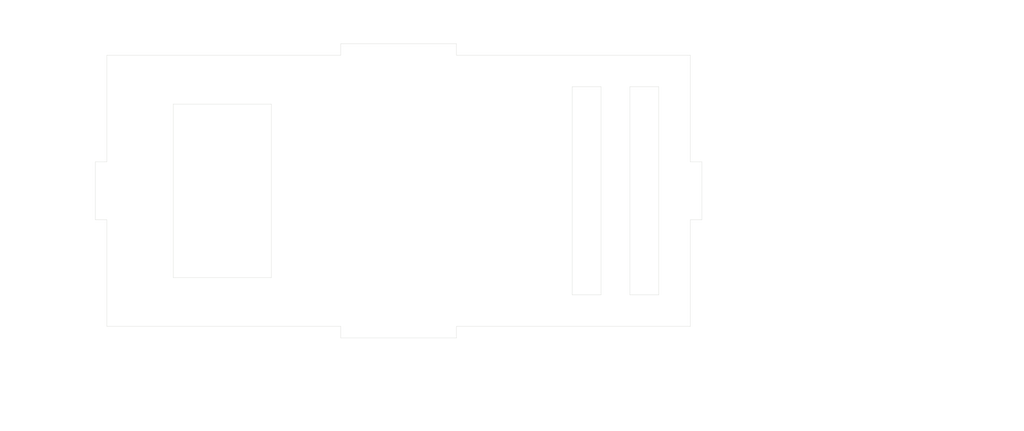
<source format=kicad_pcb>
(kicad_pcb
	(version 20241229)
	(generator "pcbnew")
	(generator_version "9.0")
	(general
		(thickness 1.6)
		(legacy_teardrops no)
	)
	(paper "A5")
	(layers
		(0 "F.Cu" signal)
		(2 "B.Cu" signal)
		(9 "F.Adhes" user "F.Adhesive")
		(11 "B.Adhes" user "B.Adhesive")
		(13 "F.Paste" user)
		(15 "B.Paste" user)
		(5 "F.SilkS" user "F.Silkscreen")
		(7 "B.SilkS" user "B.Silkscreen")
		(1 "F.Mask" user)
		(3 "B.Mask" user)
		(17 "Dwgs.User" user "User.Drawings")
		(19 "Cmts.User" user "User.Comments")
		(21 "Eco1.User" user "User.Eco1")
		(23 "Eco2.User" user "User.Eco2")
		(25 "Edge.Cuts" user)
		(27 "Margin" user)
		(31 "F.CrtYd" user "F.Courtyard")
		(29 "B.CrtYd" user "B.Courtyard")
		(35 "F.Fab" user)
		(33 "B.Fab" user)
		(39 "User.1" user)
		(41 "User.2" user)
		(43 "User.3" user)
		(45 "User.4" user)
	)
	(setup
		(pad_to_mask_clearance 0)
		(allow_soldermask_bridges_in_footprints no)
		(tenting front back)
		(grid_origin 133 78)
		(pcbplotparams
			(layerselection 0x00000000_00000000_55555555_57555550)
			(plot_on_all_layers_selection 0x00000000_00000000_00000000_00020000)
			(disableapertmacros no)
			(usegerberextensions no)
			(usegerberattributes yes)
			(usegerberadvancedattributes yes)
			(creategerberjobfile yes)
			(dashed_line_dash_ratio 12.000000)
			(dashed_line_gap_ratio 3.000000)
			(svgprecision 4)
			(plotframeref no)
			(mode 1)
			(useauxorigin no)
			(hpglpennumber 1)
			(hpglpenspeed 20)
			(hpglpendiameter 15.000000)
			(pdf_front_fp_property_popups yes)
			(pdf_back_fp_property_popups yes)
			(pdf_metadata yes)
			(pdf_single_document no)
			(dxfpolygonmode yes)
			(dxfimperialunits no)
			(dxfusepcbnewfont yes)
			(psnegative no)
			(psa4output no)
			(plot_black_and_white no)
			(sketchpadsonfab no)
			(plotpadnumbers no)
			(hidednponfab no)
			(sketchdnponfab yes)
			(crossoutdnponfab yes)
			(subtractmaskfromsilk no)
			(outputformat 4)
			(mirror no)
			(drillshape 0)
			(scaleselection 1)
			(outputdirectory "")
		)
	)
	(net 0 "")
	(gr_line
		(start 35.55 65)
		(end 37.55 65)
		(stroke
			(width 0.05)
			(type solid)
		)
		(layer "Edge.Cuts")
		(uuid "0992b828-7f22-4f5f-ac8f-f040e758c091")
	)
	(gr_line
		(start 37.55 36.55)
		(end 37.55 55)
		(stroke
			(width 0.05)
			(type solid)
		)
		(layer "Edge.Cuts")
		(uuid "10609be6-f57f-4de6-b78d-a5aa7dd2c787")
	)
	(gr_line
		(start 37.55 55)
		(end 35.55 55)
		(stroke
			(width 0.05)
			(type solid)
		)
		(layer "Edge.Cuts")
		(uuid "170d9433-7717-4aae-9d31-43d1ac3299c3")
	)
	(gr_line
		(start 78 36.55)
		(end 37.55 36.55)
		(stroke
			(width 0.05)
			(type solid)
		)
		(layer "Edge.Cuts")
		(uuid "1e44a538-efc7-4bdc-be55-77959dbc790b")
	)
	(gr_line
		(start 98 34.55)
		(end 78 34.55)
		(stroke
			(width 0.05)
			(type solid)
		)
		(layer "Edge.Cuts")
		(uuid "272778df-77b1-48ac-9bd6-dfce2d1be505")
	)
	(gr_line
		(start 138.45 65)
		(end 140.45 65)
		(stroke
			(width 0.05)
			(type solid)
		)
		(layer "Edge.Cuts")
		(uuid "32970c67-9b42-4576-b78e-a592d0d5d3be")
	)
	(gr_line
		(start 98 36.55)
		(end 98 34.55)
		(stroke
			(width 0.05)
			(type solid)
		)
		(layer "Edge.Cuts")
		(uuid "3bab7906-22c7-402f-965b-0e6b25dcc7bb")
	)
	(gr_line
		(start 138.45 36.55)
		(end 98 36.55)
		(stroke
			(width 0.05)
			(type solid)
		)
		(layer "Edge.Cuts")
		(uuid "3edcf27a-3cf8-42dd-8b1e-492a1e487742")
	)
	(gr_line
		(start 98 83.45)
		(end 138.45 83.45)
		(stroke
			(width 0.05)
			(type solid)
		)
		(layer "Edge.Cuts")
		(uuid "48fb0b5b-5863-4906-9a58-b6261ab36e13")
	)
	(gr_line
		(start 123 78)
		(end 123 42)
		(stroke
			(width 0.05)
			(type solid)
		)
		(layer "Edge.Cuts")
		(uuid "4acdae12-8aa4-4fde-b12f-e0ae3938da3a")
	)
	(gr_line
		(start 138.45 83.45)
		(end 138.45 65)
		(stroke
			(width 0.05)
			(type solid)
		)
		(layer "Edge.Cuts")
		(uuid "4ec6fbcf-985c-45c0-b6c2-c038e2bc4143")
	)
	(gr_line
		(start 98 85.45)
		(end 98 83.45)
		(stroke
			(width 0.05)
			(type solid)
		)
		(layer "Edge.Cuts")
		(uuid "51fbc29e-ce5e-4ee0-b004-4e21c5a87808")
	)
	(gr_line
		(start 49 75)
		(end 66 75)
		(stroke
			(width 0.05)
			(type solid)
		)
		(layer "Edge.Cuts")
		(uuid "57685047-a4c1-42ff-a86c-8fd051c2c4e3")
	)
	(gr_line
		(start 37.55 65)
		(end 37.55 83.45)
		(stroke
			(width 0.05)
			(type solid)
		)
		(layer "Edge.Cuts")
		(uuid "5c94478e-54cd-4186-9561-66d6ee996a20")
	)
	(gr_line
		(start 37.55 83.45)
		(end 78 83.45)
		(stroke
			(width 0.05)
			(type solid)
		)
		(layer "Edge.Cuts")
		(uuid "5f77c010-cccb-48b4-99c0-ffcb8de10c6c")
	)
	(gr_line
		(start 140.45 55)
		(end 138.45 55)
		(stroke
			(width 0.05)
			(type solid)
		)
		(layer "Edge.Cuts")
		(uuid "68930918-b329-4039-95e4-263e8eabe262")
	)
	(gr_line
		(start 78 83.45)
		(end 78 85.45)
		(stroke
			(width 0.05)
			(type solid)
		)
		(layer "Edge.Cuts")
		(uuid "693731a9-1cc4-4c03-9e9c-373eaa19671f")
	)
	(gr_line
		(start 138.45 55)
		(end 138.45 36.55)
		(stroke
			(width 0.05)
			(type solid)
		)
		(layer "Edge.Cuts")
		(uuid "76d3892a-fa10-4820-972a-ab3202677263")
	)
	(gr_line
		(start 128 78)
		(end 133 78)
		(stroke
			(width 0.05)
			(type solid)
		)
		(layer "Edge.Cuts")
		(uuid "78be70e5-f772-4478-88d4-b06810ea8e4a")
	)
	(gr_line
		(start 133 78)
		(end 133 42)
		(stroke
			(width 0.05)
			(type solid)
		)
		(layer "Edge.Cuts")
		(uuid "821b13d2-eeb3-4da0-84d0-4d83a0e057eb")
	)
	(gr_line
		(start 78 85.45)
		(end 98 85.45)
		(stroke
			(width 0.05)
			(type solid)
		)
		(layer "Edge.Cuts")
		(uuid "8ce4b8b1-8ae1-493b-912c-5163c3894134")
	)
	(gr_line
		(start 133 42)
		(end 128 42)
		(stroke
			(width 0.05)
			(type solid)
		)
		(layer "Edge.Cuts")
		(uuid "92fc1834-85d1-413e-946a-5de56517ae60")
	)
	(gr_line
		(start 123 42)
		(end 118 42)
		(stroke
			(width 0.05)
			(type solid)
		)
		(layer "Edge.Cuts")
		(uuid "a22781a5-7104-458f-b137-85c281c19de4")
	)
	(gr_line
		(start 118 42)
		(end 118 78)
		(stroke
			(width 0.05)
			(type solid)
		)
		(layer "Edge.Cuts")
		(uuid "a3baf79c-ba31-4e66-aed5-f913376b57f9")
	)
	(gr_line
		(start 49 45)
		(end 49 60)
		(stroke
			(width 0.05)
			(type solid)
		)
		(layer "Edge.Cuts")
		(uuid "ce1896c4-e23d-47b8-8284-c0b62e129bff")
	)
	(gr_line
		(start 66 45)
		(end 49 45)
		(stroke
			(width 0.05)
			(type solid)
		)
		(layer "Edge.Cuts")
		(uuid "ce32c0e4-0ddf-4e5a-a884-ff8db9d2e5b6")
	)
	(gr_line
		(start 66 75)
		(end 66 45)
		(stroke
			(width 0.05)
			(type solid)
		)
		(layer "Edge.Cuts")
		(uuid "d2414e6e-b6a2-4327-9f59-cd25aa37fb2c")
	)
	(gr_line
		(start 140.45 65)
		(end 140.45 55)
		(stroke
			(width 0.05)
			(type solid)
		)
		(layer "Edge.Cuts")
		(uuid "d5a4c531-3df3-42f4-bdc5-d6ebd182a096")
	)
	(gr_line
		(start 118 78)
		(end 123 78)
		(stroke
			(width 0.05)
			(type solid)
		)
		(layer "Edge.Cuts")
		(uuid "d8f3bf3c-fabf-4970-a968-5de4a023e025")
	)
	(gr_line
		(start 128 42)
		(end 128 78)
		(stroke
			(width 0.05)
			(type solid)
		)
		(layer "Edge.Cuts")
		(uuid "db9aa1ca-c26b-4ffe-9b02-4a564b7cc063")
	)
	(gr_line
		(start 78 34.55)
		(end 78 36.55)
		(stroke
			(width 0.05)
			(type solid)
		)
		(layer "Edge.Cuts")
		(uuid "f410804a-5a13-4d86-8793-c54555caa3d7")
	)
	(gr_line
		(start 49 60)
		(end 49 75)
		(stroke
			(width 0.05)
			(type solid)
		)
		(layer "Edge.Cuts")
		(uuid "f88d8327-7608-4699-acee-43a89078e3ac")
	)
	(gr_line
		(start 35.55 55)
		(end 35.55 65)
		(stroke
			(width 0.05)
			(type solid)
		)
		(layer "Edge.Cuts")
		(uuid "fa4449b5-dd72-4627-80e7-da6d18a74ec8")
	)
	(gr_text "All dimension are in [mm]"
		(at 145 101 0)
		(layer "Dwgs.User")
		(uuid "4d2fe272-aa63-4351-a987-348c85f14064")
		(effects
			(font
				(size 2.5 2.5)
				(thickness 0.3125)
			)
			(justify left bottom)
		)
	)
	(dimension
		(type orthogonal)
		(layer "Dwgs.User")
		(uuid "0f8b7b47-b5a1-4295-8b7b-ad66ddeacb19")
		(pts
			(xy 66 75) (xy 66 45)
		)
		(height 3)
		(orientation 1)
		(format
			(prefix "")
			(suffix "")
			(units 3)
			(units_format 0)
			(precision 4)
			(suppress_zeroes yes)
		)
		(style
			(thickness 0.1)
			(arrow_length 1.27)
			(text_position_mode 0)
			(arrow_direction outward)
			(extension_height 0.58642)
			(extension_offset 0.5)
			(keep_text_aligned yes)
		)
		(gr_text "30"
			(at 67.85 60 90)
			(layer "Dwgs.User")
			(uuid "0f8b7b47-b5a1-4295-8b7b-ad66ddeacb19")
			(effects
				(font
					(size 1 1)
					(thickness 0.15)
				)
			)
		)
	)
	(dimension
		(type orthogonal)
		(layer "Dwgs.User")
		(uuid "2ad9d1c7-7e79-4e6c-aa8d-aad49c65b641")
		(pts
			(xy 35.55 65) (xy 37.55 65)
		)
		(height 2)
		(orientation 0)
		(format
			(prefix "")
			(suffix "")
			(units 3)
			(units_format 0)
			(precision 4)
			(suppress_zeroes yes)
		)
		(style
			(thickness 0.1)
			(arrow_length 1.27)
			(text_position_mode 0)
			(arrow_direction outward)
			(extension_height 0.58642)
			(extension_offset 0.5)
			(keep_text_aligned yes)
		)
		(gr_text "2"
			(at 36.55 65.85 0)
			(layer "Dwgs.User")
			(uuid "2ad9d1c7-7e79-4e6c-aa8d-aad49c65b641")
			(effects
				(font
					(size 1 1)
					(thickness 0.15)
				)
			)
		)
	)
	(dimension
		(type orthogonal)
		(layer "Dwgs.User")
		(uuid "4572111e-3212-436b-903d-60c419ab6378")
		(pts
			(xy 78 83.45) (xy 37.55 83.45)
		)
		(height 4.55)
		(orientation 0)
		(format
			(prefix "")
			(suffix "")
			(units 3)
			(units_format 0)
			(precision 4)
			(suppress_zeroes yes)
		)
		(style
			(thickness 0.1)
			(arrow_length 1.27)
			(text_position_mode 0)
			(arrow_direction outward)
			(extension_height 0.58642)
			(extension_offset 0.5)
			(keep_text_aligned yes)
		)
		(gr_text "40.45"
			(at 57.775 86.85 0)
			(layer "Dwgs.User")
			(uuid "4572111e-3212-436b-903d-60c419ab6378")
			(effects
				(font
					(size 1 1)
					(thickness 0.15)
				)
			)
		)
	)
	(dimension
		(type orthogonal)
		(layer "Dwgs.User")
		(uuid "45f8f9ad-2d94-47c6-8082-97794eb9599e")
		(pts
			(xy 37.55 55) (xy 37.55 36.55)
		)
		(height -10.55)
		(orientation 1)
		(format
			(prefix "")
			(suffix "")
			(units 3)
			(units_format 0)
			(precision 4)
			(suppress_zeroes yes)
		)
		(style
			(thickness 0.1)
			(arrow_length 1.27)
			(text_position_mode 0)
			(arrow_direction outward)
			(extension_height 0.58642)
			(extension_offset 0.5)
			(keep_text_aligned yes)
		)
		(gr_text "18.45"
			(at 25.85 45.775 90)
			(layer "Dwgs.User")
			(uuid "45f8f9ad-2d94-47c6-8082-97794eb9599e")
			(effects
				(font
					(size 1 1)
					(thickness 0.15)
				)
			)
		)
	)
	(dimension
		(type orthogonal)
		(layer "Dwgs.User")
		(uuid "47ddf3fc-4c7e-46e6-abda-c43022c053e5")
		(pts
			(xy 133 78) (xy 138.45 83.45)
		)
		(height 8)
		(orientation 0)
		(format
			(prefix "")
			(suffix "")
			(units 3)
			(units_format 0)
			(precision 4)
			(suppress_zeroes yes)
		)
		(style
			(thickness 0.1)
			(arrow_length 1.27)
			(text_position_mode 0)
			(arrow_direction outward)
			(extension_height 0.58642)
			(extension_offset 0.5)
			(keep_text_aligned yes)
		)
		(gr_text "5.45"
			(at 135.725 84.85 0)
			(layer "Dwgs.User")
			(uuid "47ddf3fc-4c7e-46e6-abda-c43022c053e5")
			(effects
				(font
					(size 1 1)
					(thickness 0.15)
				)
			)
		)
	)
	(dimension
		(type orthogonal)
		(layer "Dwgs.User")
		(uuid "4f2f7a9c-9084-4197-a276-42cffd3caeb3")
		(pts
			(xy 49 45) (xy 37.55 36.55)
		)
		(height -15)
		(orientation 1)
		(format
			(prefix "")
			(suffix "")
			(units 3)
			(units_format 0)
			(precision 4)
			(suppress_zeroes yes)
		)
		(style
			(thickness 0.1)
			(arrow_length 1.27)
			(text_position_mode 0)
			(arrow_direction outward)
			(extension_height 0.58642)
			(extension_offset 0.5)
			(keep_text_aligned yes)
		)
		(gr_text "8.45"
			(at 32.85 40.775 90)
			(layer "Dwgs.User")
			(uuid "4f2f7a9c-9084-4197-a276-42cffd3caeb3")
			(effects
				(font
					(size 1 1)
					(thickness 0.15)
				)
			)
		)
	)
	(dimension
		(type orthogonal)
		(layer "Dwgs.User")
		(uuid "53302552-1b15-4420-add6-4771ee0cfde8")
		(pts
			(xy 78 85.45) (xy 98 85.45)
		)
		(height 4.55)
		(orientation 0)
		(format
			(prefix "")
			(suffix "")
			(units 3)
			(units_format 0)
			(precision 4)
			(suppress_zeroes yes)
		)
		(style
			(thickness 0.1)
			(arrow_length 1.27)
			(text_position_mode 0)
			(arrow_direction outward)
			(extension_height 0.58642)
			(extension_offset 0.5)
			(keep_text_aligned yes)
		)
		(gr_text "20"
			(at 88 88.85 0)
			(layer "Dwgs.User")
			(uuid "53302552-1b15-4420-add6-4771ee0cfde8")
			(effects
				(font
					(size 1 1)
					(thickness 0.15)
				)
			)
		)
	)
	(dimension
		(type orthogonal)
		(layer "Dwgs.User")
		(uuid "5c25329f-3232-4096-8572-06b1458f4321")
		(pts
			(xy 128 78) (xy 133 78)
		)
		(height 8)
		(orientation 0)
		(format
			(prefix "")
			(suffix "")
			(units 3)
			(units_format 0)
			(precision 4)
			(suppress_zeroes yes)
		)
		(style
			(thickness 0.1)
			(arrow_length 1.27)
			(text_position_mode 0)
			(arrow_direction outward)
			(extension_height 0.58642)
			(extension_offset 0.5)
			(keep_text_aligned yes)
		)
		(gr_text "5"
			(at 130.5 84.85 0)
			(layer "Dwgs.User")
			(uuid "5c25329f-3232-4096-8572-06b1458f4321")
			(effects
				(font
					(size 1 1)
					(thickness 0.15)
				)
			)
		)
	)
	(dimension
		(type orthogonal)
		(layer "Dwgs.User")
		(uuid "644f87fb-0705-40f1-9809-b781c89a5913")
		(pts
			(xy 98 83.45) (xy 138.45 83.45)
		)
		(height 4.55)
		(orientation 0)
		(format
			(prefix "")
			(suffix "")
			(units 3)
			(units_format 0)
			(precision 4)
			(suppress_zeroes yes)
		)
		(style
			(thickness 0.1)
			(arrow_length 1.27)
			(text_position_mode 0)
			(arrow_direction outward)
			(extension_height 0.58642)
			(extension_offset 0.5)
			(keep_text_aligned yes)
		)
		(gr_text "40.45"
			(at 118.225 86.85 0)
			(layer "Dwgs.User")
			(uuid "644f87fb-0705-40f1-9809-b781c89a5913")
			(effects
				(font
					(size 1 1)
					(thickness 0.15)
				)
			)
		)
	)
	(dimension
		(type orthogonal)
		(layer "Dwgs.User")
		(uuid "6a9b879d-c200-4f83-a601-7ea52185b220")
		(pts
			(xy 49 75) (xy 66 75)
		)
		(height 4)
		(orientation 0)
		(format
			(prefix "")
			(suffix "")
			(units 3)
			(units_format 0)
			(precision 4)
			(suppress_zeroes yes)
		)
		(style
			(thickness 0.1)
			(arrow_length 1.27)
			(text_position_mode 0)
			(arrow_direction outward)
			(extension_height 0.58642)
			(extension_offset 0.5)
			(keep_text_aligned yes)
		)
		(gr_text "17"
			(at 57.5 77.85 0)
			(layer "Dwgs.User")
			(uuid "6a9b879d-c200-4f83-a601-7ea52185b220")
			(effects
				(font
					(size 1 1)
					(thickness 0.15)
				)
			)
		)
	)
	(dimension
		(type orthogonal)
		(layer "Dwgs.User")
		(uuid "754c0ab3-67e8-4994-8723-f500b48bd9f7")
		(pts
			(xy 133 78) (xy 138.45 83.45)
		)
		(height 12)
		(orientation 1)
		(format
			(prefix "")
			(suffix "")
			(units 3)
			(units_format 0)
			(precision 4)
			(suppress_zeroes yes)
		)
		(style
			(thickness 0.1)
			(arrow_length 1.27)
			(text_position_mode 0)
			(arrow_direction outward)
			(extension_height 0.58642)
			(extension_offset 0.5)
			(keep_text_aligned yes)
		)
		(gr_text "5.45"
			(at 143.85 80.725 90)
			(layer "Dwgs.User")
			(uuid "754c0ab3-67e8-4994-8723-f500b48bd9f7")
			(effects
				(font
					(size 1 1)
					(thickness 0.15)
				)
			)
		)
	)
	(dimension
		(type orthogonal)
		(layer "Dwgs.User")
		(uuid "7c2c6cc7-d7b3-4d33-ac7d-019751cff135")
		(pts
			(xy 35.55 55) (xy 35.55 65)
		)
		(height -3.55)
		(orientation 1)
		(format
			(prefix "")
			(suffix "")
			(units 3)
			(units_format 0)
			(precision 4)
			(suppress_zeroes yes)
		)
		(style
			(thickness 0.1)
			(arrow_length 1.27)
			(text_position_mode 0)
			(arrow_direction outward)
			(extension_height 0.58642)
			(extension_offset 0.5)
			(keep_text_aligned yes)
		)
		(gr_text "10"
			(at 30.85 60 90)
			(layer "Dwgs.User")
			(uuid "7c2c6cc7-d7b3-4d33-ac7d-019751cff135")
			(effects
				(font
					(size 1 1)
					(thickness 0.15)
				)
			)
		)
	)
	(dimension
		(type orthogonal)
		(layer "Dwgs.User")
		(uuid "801f3557-e1bd-4318-90bb-e1bd64f00c52")
		(pts
			(xy 37.55 65) (xy 37.55 83.45)
		)
		(height -8.55)
		(orientation 1)
		(format
			(prefix "")
			(suffix "")
			(units 3)
			(units_format 0)
			(precision 4)
			(suppress_zeroes yes)
		)
		(style
			(thickness 0.1)
			(arrow_length 1.27)
			(text_position_mode 0)
			(arrow_direction outward)
			(extension_height 0.58642)
			(extension_offset 0.5)
			(keep_text_aligned yes)
		)
		(gr_text "18.45"
			(at 27.85 74.225 90)
			(layer "Dwgs.User")
			(uuid "801f3557-e1bd-4318-90bb-e1bd64f00c52")
			(effects
				(font
					(size 1 1)
					(thickness 0.15)
				)
			)
		)
	)
	(dimension
		(type orthogonal)
		(layer "Dwgs.User")
		(uuid "a1aae894-c6d5-4ba8-80af-51ee51e52d9e")
		(pts
			(xy 123 78) (xy 118 78)
		)
		(height 8)
		(orientation 0)
		(format
			(prefix "")
			(suffix "")
			(units 3)
			(units_format 0)
			(precision 4)
			(suppress_zeroes yes)
		)
		(style
			(thickness 0.1)
			(arrow_length 1.27)
			(text_position_mode 0)
			(arrow_direction outward)
			(extension_height 0.58642)
			(extension_offset 0.5)
			(keep_text_aligned yes)
		)
		(gr_text "5"
			(at 120.5 84.85 0)
			(layer "Dwgs.User")
			(uuid "a1aae894-c6d5-4ba8-80af-51ee51e52d9e")
			(effects
				(font
					(size 1 1)
					(thickness 0.15)
				)
			)
		)
	)
	(dimension
		(type orthogonal)
		(layer "Dwgs.User")
		(uuid "b60dd5ba-08ec-4d70-bbf4-9715ba7a4f30")
		(pts
			(xy 78 83.45) (xy 78 85.45)
		)
		(height -4)
		(orientation 1)
		(format
			(prefix "")
			(suffix "")
			(units 3)
			(units_format 0)
			(precision 4)
			(suppress_zeroes yes)
		)
		(style
			(thickness 0.1)
			(arrow_length 1.27)
			(text_position_mode 0)
			(arrow_direction outward)
			(extension_height 0.58642)
			(extension_offset 0.5)
			(keep_text_aligned yes)
		)
		(gr_text "2"
			(at 72.85 84.45 90)
			(layer "Dwgs.User")
			(uuid "b60dd5ba-08ec-4d70-bbf4-9715ba7a4f30")
			(effects
				(font
					(size 1 1)
					(thickness 0.15)
				)
			)
		)
	)
	(dimension
		(type orthogonal)
		(layer "Dwgs.User")
		(uuid "c81156d5-1d01-41d2-aea8-63d0245dd4ab")
		(pts
			(xy 37.55 36.55) (xy 37.55 83.45)
		)
		(height -15.55)
		(orientation 1)
		(format
			(prefix "")
			(suffix "")
			(units 3)
			(units_format 0)
			(precision 4)
			(suppress_zeroes yes)
		)
		(style
			(thickness 0.1)
			(arrow_length 1.27)
			(text_position_mode 0)
			(arrow_direction outward)
			(extension_height 0.58642)
			(extension_offset 0.5)
			(keep_text_aligned yes)
		)
		(gr_text "46.9"
			(at 20.85 60 90)
			(layer "Dwgs.User")
			(uuid "c81156d5-1d01-41d2-aea8-63d0245dd4ab")
			(effects
				(font
					(size 1 1)
					(thickness 0.15)
				)
			)
		)
	)
	(dimension
		(type orthogonal)
		(layer "Dwgs.User")
		(uuid "cae83b04-eff9-44b8-8742-392f6bcdee25")
		(pts
			(xy 37.55 55) (xy 49 55)
		)
		(height -26)
		(orientation 0)
		(format
			(prefix "")
			(suffix "")
			(units 3)
			(units_format 0)
			(precision 4)
			(suppress_zeroes yes)
		)
		(style
			(thickness 0.1)
			(arrow_length 1.27)
			(text_position_mode 0)
			(arrow_direction outward)
			(extension_height 0.58642)
			(extension_offset 0.5)
			(keep_text_aligned yes)
		)
		(gr_text "11.45"
			(at 43.275 27.85 0)
			(layer "Dwgs.User")
			(uuid "cae83b04-eff9-44b8-8742-392f6bcdee25")
			(effects
				(font
					(size 1 1)
					(thickness 0.15)
				)
			)
		)
	)
	(dimension
		(type orthogonal)
		(layer "Dwgs.User")
		(uuid "d33bea3c-819f-4f4b-bf4a-45756014063d")
		(pts
			(xy 128 78) (xy 123 78)
		)
		(height 8)
		(orientation 0)
		(format
			(prefix "")
			(suffix "")
			(units 3)
			(units_format 0)
			(precision 4)
			(suppress_zeroes yes)
		)
		(style
			(thickness 0.1)
			(arrow_length 1.27)
			(text_position_mode 0)
			(arrow_direction outward)
			(extension_height 0.58642)
			(extension_offset 0.5)
			(keep_text_aligned yes)
		)
		(gr_text "5"
			(at 125.5 84.85 0)
			(layer "Dwgs.User")
			(uuid "d33bea3c-819f-4f4b-bf4a-45756014063d")
			(effects
				(font
					(size 1 1)
					(thickness 0.15)
				)
			)
		)
	)
	(dimension
		(type orthogonal)
		(layer "Dwgs.User")
		(uuid "ebd2d807-3667-4894-ba3e-3eaae4fbbf2e")
		(pts
			(xy 37.55 83.45) (xy 138.45 83.45)
		)
		(height 12.55)
		(orientation 0)
		(format
			(prefix "")
			(suffix "")
			(units 3)
			(units_format 0)
			(precision 4)
			(suppress_zeroes yes)
		)
		(style
			(thickness 0.1)
			(arrow_length 1.27)
			(text_position_mode 0)
			(arrow_direction outward)
			(extension_height 0.58642)
			(extension_offset 0.5)
			(keep_text_aligned yes)
		)
		(gr_text "100.9"
			(at 88 94.85 0)
			(layer "Dwgs.User")
			(uuid "ebd2d807-3667-4894-ba3e-3eaae4fbbf2e")
			(effects
				(font
					(size 1 1)
					(thickness 0.15)
				)
			)
		)
	)
	(dimension
		(type orthogonal)
		(layer "Dwgs.User")
		(uuid "efe75547-5fcb-4ac1-82f2-3816ea863321")
		(pts
			(xy 118 78) (xy 118 42)
		)
		(height -5)
		(orientation 1)
		(format
			(prefix "")
			(suffix "")
			(units 3)
			(units_format 0)
			(precision 4)
			(suppress_zeroes yes)
		)
		(style
			(thickness 0.1)
			(arrow_length 1.27)
			(text_position_mode 0)
			(arrow_direction outward)
			(extension_height 0.58642)
			(extension_offset 0.5)
			(keep_text_aligned yes)
		)
		(gr_text "36"
			(at 111.85 60 90)
			(layer "Dwgs.User")
			(uuid "efe75547-5fcb-4ac1-82f2-3816ea863321")
			(effects
				(font
					(size 1 1)
					(thickness 0.15)
				)
			)
		)
	)
	(embedded_fonts no)
)

</source>
